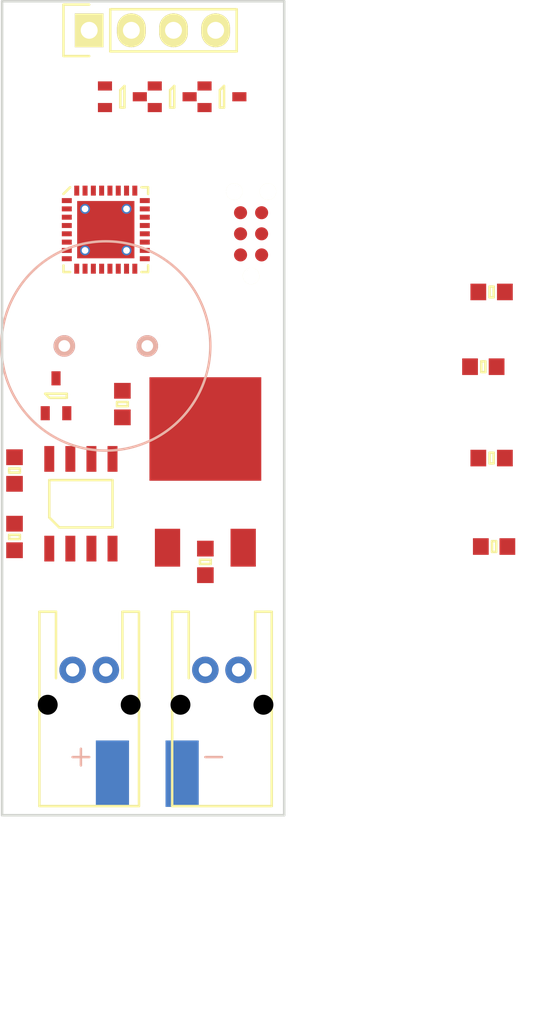
<source format=kicad_pcb>
(kicad_pcb (version 4) (host pcbnew 4.0.2-4+6225~38~ubuntu15.10.1-stable)

  (general
    (links 50)
    (no_connects 44)
    (area 115.924999 65.924999 133.075001 115.075001)
    (thickness 1.6)
    (drawings 4)
    (tracks 0)
    (zones 0)
    (modules 21)
    (nets 15)
  )

  (page A4)
  (layers
    (0 F.Cu signal)
    (31 B.Cu signal)
    (32 B.Adhes user)
    (33 F.Adhes user)
    (34 B.Paste user)
    (35 F.Paste user)
    (36 B.SilkS user)
    (37 F.SilkS user)
    (38 B.Mask user)
    (39 F.Mask user)
    (40 Dwgs.User user)
    (41 Cmts.User user)
    (42 Eco1.User user)
    (43 Eco2.User user)
    (44 Edge.Cuts user)
    (45 Margin user)
    (46 B.CrtYd user)
    (47 F.CrtYd user)
    (48 B.Fab user)
    (49 F.Fab user)
  )

  (setup
    (last_trace_width 0.25)
    (trace_clearance 0.2)
    (zone_clearance 0.508)
    (zone_45_only no)
    (trace_min 0.2)
    (segment_width 0.2)
    (edge_width 0.15)
    (via_size 0.6)
    (via_drill 0.4)
    (via_min_size 0.4)
    (via_min_drill 0.3)
    (uvia_size 0.3)
    (uvia_drill 0.1)
    (uvias_allowed no)
    (uvia_min_size 0.2)
    (uvia_min_drill 0.1)
    (pcb_text_width 0.3)
    (pcb_text_size 1.5 1.5)
    (mod_edge_width 0.15)
    (mod_text_size 1 1)
    (mod_text_width 0.15)
    (pad_size 1.524 1.524)
    (pad_drill 0.762)
    (pad_to_mask_clearance 0.2)
    (aux_axis_origin 0 0)
    (visible_elements FFFFFF7F)
    (pcbplotparams
      (layerselection 0x00030_80000001)
      (usegerberextensions false)
      (excludeedgelayer true)
      (linewidth 0.100000)
      (plotframeref false)
      (viasonmask false)
      (mode 1)
      (useauxorigin false)
      (hpglpennumber 1)
      (hpglpenspeed 20)
      (hpglpendiameter 15)
      (hpglpenoverlay 2)
      (psnegative false)
      (psa4output false)
      (plotreference true)
      (plotvalue true)
      (plotinvisibletext false)
      (padsonsilk false)
      (subtractmaskfromsilk false)
      (outputformat 1)
      (mirror false)
      (drillshape 1)
      (scaleselection 1)
      (outputdirectory ""))
  )

  (net 0 "")
  (net 1 GND)
  (net 2 +3V3)
  (net 3 +12V)
  (net 4 /BUS)
  (net 5 /BUS_A)
  (net 6 /BUS_B)
  (net 7 /SWDIO)
  (net 8 /NRST)
  (net 9 /SWDCLK)
  (net 10 /DRIVE_R)
  (net 11 /DRIVE_G)
  (net 12 /DRIVE_B)
  (net 13 "Net-(Q4-Pad3)")
  (net 14 /PIEZO)

  (net_class Default "This is the default net class."
    (clearance 0.2)
    (trace_width 0.25)
    (via_dia 0.6)
    (via_drill 0.4)
    (uvia_dia 0.3)
    (uvia_drill 0.1)
    (add_net +12V)
    (add_net +3V3)
    (add_net /BUS)
    (add_net /BUS_A)
    (add_net /BUS_B)
    (add_net /DRIVE_B)
    (add_net /DRIVE_G)
    (add_net /DRIVE_R)
    (add_net /NRST)
    (add_net /PIEZO)
    (add_net /SWDCLK)
    (add_net /SWDIO)
    (add_net GND)
    (add_net "Net-(Q4-Pad3)")
  )

  (module agg:0603 (layer F.Cu) (tedit 56F7F9DB) (tstamp 56F7FABE)
    (at 116.75 94.25 90)
    (path /56F1D5B2)
    (fp_text reference C1 (at -2.225 0 180) (layer F.Fab) hide
      (effects (font (size 1 1) (thickness 0.15)))
    )
    (fp_text value 100n (at 2.225 0 180) (layer F.Fab) hide
      (effects (font (size 1 1) (thickness 0.15)))
    )
    (fp_line (start -0.8 -0.4) (end 0.8 -0.4) (layer F.Fab) (width 0.01))
    (fp_line (start 0.8 -0.4) (end 0.8 0.4) (layer F.Fab) (width 0.01))
    (fp_line (start 0.8 0.4) (end -0.8 0.4) (layer F.Fab) (width 0.01))
    (fp_line (start -0.8 0.4) (end -0.8 -0.4) (layer F.Fab) (width 0.01))
    (fp_line (start -0.45 -0.4) (end -0.45 0.4) (layer F.Fab) (width 0.01))
    (fp_line (start 0.45 -0.4) (end 0.45 0.4) (layer F.Fab) (width 0.01))
    (fp_line (start -0.125 -0.325) (end 0.125 -0.325) (layer F.SilkS) (width 0.15))
    (fp_line (start 0.125 -0.325) (end 0.125 0.325) (layer F.SilkS) (width 0.15))
    (fp_line (start 0.125 0.325) (end -0.125 0.325) (layer F.SilkS) (width 0.15))
    (fp_line (start -0.125 0.325) (end -0.125 -0.325) (layer F.SilkS) (width 0.15))
    (fp_line (start -1.55 -0.75) (end 1.55 -0.75) (layer F.CrtYd) (width 0.01))
    (fp_line (start 1.55 -0.75) (end 1.55 0.75) (layer F.CrtYd) (width 0.01))
    (fp_line (start 1.55 0.75) (end -1.55 0.75) (layer F.CrtYd) (width 0.01))
    (fp_line (start -1.55 0.75) (end -1.55 -0.75) (layer F.CrtYd) (width 0.01))
    (pad 1 smd rect (at -0.8 0 90) (size 0.95 1) (layers F.Cu F.Paste F.Mask)
      (net 1 GND))
    (pad 2 smd rect (at 0.8 0 90) (size 0.95 1) (layers F.Cu F.Paste F.Mask)
      (net 2 +3V3))
  )

  (module agg:0603 (layer F.Cu) (tedit 56836635) (tstamp 56F7FAD2)
    (at 145.65 98.825001)
    (path /56F1DA30)
    (fp_text reference C2 (at -2.225 0 90) (layer F.Fab)
      (effects (font (size 1 1) (thickness 0.15)))
    )
    (fp_text value C_Small (at 2.225 0 90) (layer F.Fab)
      (effects (font (size 1 1) (thickness 0.15)))
    )
    (fp_line (start -0.8 -0.4) (end 0.8 -0.4) (layer F.Fab) (width 0.01))
    (fp_line (start 0.8 -0.4) (end 0.8 0.4) (layer F.Fab) (width 0.01))
    (fp_line (start 0.8 0.4) (end -0.8 0.4) (layer F.Fab) (width 0.01))
    (fp_line (start -0.8 0.4) (end -0.8 -0.4) (layer F.Fab) (width 0.01))
    (fp_line (start -0.45 -0.4) (end -0.45 0.4) (layer F.Fab) (width 0.01))
    (fp_line (start 0.45 -0.4) (end 0.45 0.4) (layer F.Fab) (width 0.01))
    (fp_line (start -0.125 -0.325) (end 0.125 -0.325) (layer F.SilkS) (width 0.15))
    (fp_line (start 0.125 -0.325) (end 0.125 0.325) (layer F.SilkS) (width 0.15))
    (fp_line (start 0.125 0.325) (end -0.125 0.325) (layer F.SilkS) (width 0.15))
    (fp_line (start -0.125 0.325) (end -0.125 -0.325) (layer F.SilkS) (width 0.15))
    (fp_line (start -1.55 -0.75) (end 1.55 -0.75) (layer F.CrtYd) (width 0.01))
    (fp_line (start 1.55 -0.75) (end 1.55 0.75) (layer F.CrtYd) (width 0.01))
    (fp_line (start 1.55 0.75) (end -1.55 0.75) (layer F.CrtYd) (width 0.01))
    (fp_line (start -1.55 0.75) (end -1.55 -0.75) (layer F.CrtYd) (width 0.01))
    (pad 1 smd rect (at -0.8 0) (size 0.95 1) (layers F.Cu F.Paste F.Mask)
      (net 1 GND))
    (pad 2 smd rect (at 0.8 0) (size 0.95 1) (layers F.Cu F.Paste F.Mask)
      (net 2 +3V3))
  )

  (module agg:0603 (layer F.Cu) (tedit 56836635) (tstamp 56F7FAE6)
    (at 145.5 83.5)
    (path /56F1D9E7)
    (fp_text reference C3 (at -2.225 0 90) (layer F.Fab)
      (effects (font (size 1 1) (thickness 0.15)))
    )
    (fp_text value C_Small (at 2.225 0 90) (layer F.Fab)
      (effects (font (size 1 1) (thickness 0.15)))
    )
    (fp_line (start -0.8 -0.4) (end 0.8 -0.4) (layer F.Fab) (width 0.01))
    (fp_line (start 0.8 -0.4) (end 0.8 0.4) (layer F.Fab) (width 0.01))
    (fp_line (start 0.8 0.4) (end -0.8 0.4) (layer F.Fab) (width 0.01))
    (fp_line (start -0.8 0.4) (end -0.8 -0.4) (layer F.Fab) (width 0.01))
    (fp_line (start -0.45 -0.4) (end -0.45 0.4) (layer F.Fab) (width 0.01))
    (fp_line (start 0.45 -0.4) (end 0.45 0.4) (layer F.Fab) (width 0.01))
    (fp_line (start -0.125 -0.325) (end 0.125 -0.325) (layer F.SilkS) (width 0.15))
    (fp_line (start 0.125 -0.325) (end 0.125 0.325) (layer F.SilkS) (width 0.15))
    (fp_line (start 0.125 0.325) (end -0.125 0.325) (layer F.SilkS) (width 0.15))
    (fp_line (start -0.125 0.325) (end -0.125 -0.325) (layer F.SilkS) (width 0.15))
    (fp_line (start -1.55 -0.75) (end 1.55 -0.75) (layer F.CrtYd) (width 0.01))
    (fp_line (start 1.55 -0.75) (end 1.55 0.75) (layer F.CrtYd) (width 0.01))
    (fp_line (start 1.55 0.75) (end -1.55 0.75) (layer F.CrtYd) (width 0.01))
    (fp_line (start -1.55 0.75) (end -1.55 -0.75) (layer F.CrtYd) (width 0.01))
    (pad 1 smd rect (at -0.8 0) (size 0.95 1) (layers F.Cu F.Paste F.Mask)
      (net 1 GND))
    (pad 2 smd rect (at 0.8 0) (size 0.95 1) (layers F.Cu F.Paste F.Mask)
      (net 2 +3V3))
  )

  (module agg:0603 (layer F.Cu) (tedit 56836635) (tstamp 56F7FAFA)
    (at 145 88)
    (path /56F1DB0A)
    (fp_text reference C4 (at -2.225 0 90) (layer F.Fab)
      (effects (font (size 1 1) (thickness 0.15)))
    )
    (fp_text value C_Small (at 2.225 0 90) (layer F.Fab)
      (effects (font (size 1 1) (thickness 0.15)))
    )
    (fp_line (start -0.8 -0.4) (end 0.8 -0.4) (layer F.Fab) (width 0.01))
    (fp_line (start 0.8 -0.4) (end 0.8 0.4) (layer F.Fab) (width 0.01))
    (fp_line (start 0.8 0.4) (end -0.8 0.4) (layer F.Fab) (width 0.01))
    (fp_line (start -0.8 0.4) (end -0.8 -0.4) (layer F.Fab) (width 0.01))
    (fp_line (start -0.45 -0.4) (end -0.45 0.4) (layer F.Fab) (width 0.01))
    (fp_line (start 0.45 -0.4) (end 0.45 0.4) (layer F.Fab) (width 0.01))
    (fp_line (start -0.125 -0.325) (end 0.125 -0.325) (layer F.SilkS) (width 0.15))
    (fp_line (start 0.125 -0.325) (end 0.125 0.325) (layer F.SilkS) (width 0.15))
    (fp_line (start 0.125 0.325) (end -0.125 0.325) (layer F.SilkS) (width 0.15))
    (fp_line (start -0.125 0.325) (end -0.125 -0.325) (layer F.SilkS) (width 0.15))
    (fp_line (start -1.55 -0.75) (end 1.55 -0.75) (layer F.CrtYd) (width 0.01))
    (fp_line (start 1.55 -0.75) (end 1.55 0.75) (layer F.CrtYd) (width 0.01))
    (fp_line (start 1.55 0.75) (end -1.55 0.75) (layer F.CrtYd) (width 0.01))
    (fp_line (start -1.55 0.75) (end -1.55 -0.75) (layer F.CrtYd) (width 0.01))
    (pad 1 smd rect (at -0.8 0) (size 0.95 1) (layers F.Cu F.Paste F.Mask)
      (net 1 GND))
    (pad 2 smd rect (at 0.8 0) (size 0.95 1) (layers F.Cu F.Paste F.Mask)
      (net 2 +3V3))
  )

  (module agg:0603 (layer F.Cu) (tedit 56836635) (tstamp 56F7FB0E)
    (at 145.5 93.5)
    (path /56F1D8E2)
    (fp_text reference C5 (at -2.225 0 90) (layer F.Fab)
      (effects (font (size 1 1) (thickness 0.15)))
    )
    (fp_text value C_Small (at 2.225 0 90) (layer F.Fab)
      (effects (font (size 1 1) (thickness 0.15)))
    )
    (fp_line (start -0.8 -0.4) (end 0.8 -0.4) (layer F.Fab) (width 0.01))
    (fp_line (start 0.8 -0.4) (end 0.8 0.4) (layer F.Fab) (width 0.01))
    (fp_line (start 0.8 0.4) (end -0.8 0.4) (layer F.Fab) (width 0.01))
    (fp_line (start -0.8 0.4) (end -0.8 -0.4) (layer F.Fab) (width 0.01))
    (fp_line (start -0.45 -0.4) (end -0.45 0.4) (layer F.Fab) (width 0.01))
    (fp_line (start 0.45 -0.4) (end 0.45 0.4) (layer F.Fab) (width 0.01))
    (fp_line (start -0.125 -0.325) (end 0.125 -0.325) (layer F.SilkS) (width 0.15))
    (fp_line (start 0.125 -0.325) (end 0.125 0.325) (layer F.SilkS) (width 0.15))
    (fp_line (start 0.125 0.325) (end -0.125 0.325) (layer F.SilkS) (width 0.15))
    (fp_line (start -0.125 0.325) (end -0.125 -0.325) (layer F.SilkS) (width 0.15))
    (fp_line (start -1.55 -0.75) (end 1.55 -0.75) (layer F.CrtYd) (width 0.01))
    (fp_line (start 1.55 -0.75) (end 1.55 0.75) (layer F.CrtYd) (width 0.01))
    (fp_line (start 1.55 0.75) (end -1.55 0.75) (layer F.CrtYd) (width 0.01))
    (fp_line (start -1.55 0.75) (end -1.55 -0.75) (layer F.CrtYd) (width 0.01))
    (pad 1 smd rect (at -0.8 0) (size 0.95 1) (layers F.Cu F.Paste F.Mask)
      (net 1 GND))
    (pad 2 smd rect (at 0.8 0) (size 0.95 1) (layers F.Cu F.Paste F.Mask)
      (net 8 /NRST))
  )

  (module agg:0603 (layer F.Cu) (tedit 56F7FAC3) (tstamp 56F7FB22)
    (at 128.25 99.75 270)
    (path /56F59EF4)
    (fp_text reference C6 (at -2.225 0 360) (layer F.Fab) hide
      (effects (font (size 1 1) (thickness 0.15)))
    )
    (fp_text value 100n (at 2.225 0 360) (layer F.Fab) hide
      (effects (font (size 1 1) (thickness 0.15)))
    )
    (fp_line (start -0.8 -0.4) (end 0.8 -0.4) (layer F.Fab) (width 0.01))
    (fp_line (start 0.8 -0.4) (end 0.8 0.4) (layer F.Fab) (width 0.01))
    (fp_line (start 0.8 0.4) (end -0.8 0.4) (layer F.Fab) (width 0.01))
    (fp_line (start -0.8 0.4) (end -0.8 -0.4) (layer F.Fab) (width 0.01))
    (fp_line (start -0.45 -0.4) (end -0.45 0.4) (layer F.Fab) (width 0.01))
    (fp_line (start 0.45 -0.4) (end 0.45 0.4) (layer F.Fab) (width 0.01))
    (fp_line (start -0.125 -0.325) (end 0.125 -0.325) (layer F.SilkS) (width 0.15))
    (fp_line (start 0.125 -0.325) (end 0.125 0.325) (layer F.SilkS) (width 0.15))
    (fp_line (start 0.125 0.325) (end -0.125 0.325) (layer F.SilkS) (width 0.15))
    (fp_line (start -0.125 0.325) (end -0.125 -0.325) (layer F.SilkS) (width 0.15))
    (fp_line (start -1.55 -0.75) (end 1.55 -0.75) (layer F.CrtYd) (width 0.01))
    (fp_line (start 1.55 -0.75) (end 1.55 0.75) (layer F.CrtYd) (width 0.01))
    (fp_line (start 1.55 0.75) (end -1.55 0.75) (layer F.CrtYd) (width 0.01))
    (fp_line (start -1.55 0.75) (end -1.55 -0.75) (layer F.CrtYd) (width 0.01))
    (pad 1 smd rect (at -0.8 0 270) (size 0.95 1) (layers F.Cu F.Paste F.Mask)
      (net 3 +12V))
    (pad 2 smd rect (at 0.8 0 270) (size 0.95 1) (layers F.Cu F.Paste F.Mask)
      (net 1 GND))
  )

  (module agg:0603 (layer F.Cu) (tedit 56F7FAE0) (tstamp 56F7FB36)
    (at 123.25 90.25 270)
    (path /56F5A02D)
    (fp_text reference C7 (at -2.225 0 360) (layer F.Fab) hide
      (effects (font (size 1 1) (thickness 0.15)))
    )
    (fp_text value 10u (at 2.225 0 360) (layer F.Fab) hide
      (effects (font (size 1 1) (thickness 0.15)))
    )
    (fp_line (start -0.8 -0.4) (end 0.8 -0.4) (layer F.Fab) (width 0.01))
    (fp_line (start 0.8 -0.4) (end 0.8 0.4) (layer F.Fab) (width 0.01))
    (fp_line (start 0.8 0.4) (end -0.8 0.4) (layer F.Fab) (width 0.01))
    (fp_line (start -0.8 0.4) (end -0.8 -0.4) (layer F.Fab) (width 0.01))
    (fp_line (start -0.45 -0.4) (end -0.45 0.4) (layer F.Fab) (width 0.01))
    (fp_line (start 0.45 -0.4) (end 0.45 0.4) (layer F.Fab) (width 0.01))
    (fp_line (start -0.125 -0.325) (end 0.125 -0.325) (layer F.SilkS) (width 0.15))
    (fp_line (start 0.125 -0.325) (end 0.125 0.325) (layer F.SilkS) (width 0.15))
    (fp_line (start 0.125 0.325) (end -0.125 0.325) (layer F.SilkS) (width 0.15))
    (fp_line (start -0.125 0.325) (end -0.125 -0.325) (layer F.SilkS) (width 0.15))
    (fp_line (start -1.55 -0.75) (end 1.55 -0.75) (layer F.CrtYd) (width 0.01))
    (fp_line (start 1.55 -0.75) (end 1.55 0.75) (layer F.CrtYd) (width 0.01))
    (fp_line (start 1.55 0.75) (end -1.55 0.75) (layer F.CrtYd) (width 0.01))
    (fp_line (start -1.55 0.75) (end -1.55 -0.75) (layer F.CrtYd) (width 0.01))
    (pad 1 smd rect (at -0.8 0 270) (size 0.95 1) (layers F.Cu F.Paste F.Mask)
      (net 2 +3V3))
    (pad 2 smd rect (at 0.8 0 270) (size 0.95 1) (layers F.Cu F.Paste F.Mask)
      (net 1 GND))
  )

  (module SOIC-8 (layer F.Cu) (tedit 56F7F9DF) (tstamp 56F7FB68)
    (at 120.75 96.25 90)
    (path /56F1CC5E)
    (fp_text reference IC1 (at 0 -3.45 90) (layer F.Fab) hide
      (effects (font (size 1 1) (thickness 0.15)))
    )
    (fp_text value LMx93 (at 0 3.45 90) (layer F.Fab) hide
      (effects (font (size 1 1) (thickness 0.15)))
    )
    (fp_line (start -2 -2.5) (end 2 -2.5) (layer F.Fab) (width 0.01))
    (fp_line (start 2 -2.5) (end 2 2.5) (layer F.Fab) (width 0.01))
    (fp_line (start 2 2.5) (end -2 2.5) (layer F.Fab) (width 0.01))
    (fp_line (start -2 2.5) (end -2 -2.5) (layer F.Fab) (width 0.01))
    (fp_circle (center -1.2 -1.7) (end -1.2 -1.3) (layer F.Fab) (width 0.01))
    (fp_line (start -3.1 -2.155) (end -2 -2.155) (layer F.Fab) (width 0.01))
    (fp_line (start -2 -1.655) (end -3.1 -1.655) (layer F.Fab) (width 0.01))
    (fp_line (start -3.1 -1.655) (end -3.1 -2.155) (layer F.Fab) (width 0.01))
    (fp_line (start -3.1 -0.885) (end -2 -0.885) (layer F.Fab) (width 0.01))
    (fp_line (start -2 -0.385) (end -3.1 -0.385) (layer F.Fab) (width 0.01))
    (fp_line (start -3.1 -0.385) (end -3.1 -0.885) (layer F.Fab) (width 0.01))
    (fp_line (start -3.1 0.385) (end -2 0.385) (layer F.Fab) (width 0.01))
    (fp_line (start -2 0.885) (end -3.1 0.885) (layer F.Fab) (width 0.01))
    (fp_line (start -3.1 0.885) (end -3.1 0.385) (layer F.Fab) (width 0.01))
    (fp_line (start -3.1 1.655) (end -2 1.655) (layer F.Fab) (width 0.01))
    (fp_line (start -2 2.155) (end -3.1 2.155) (layer F.Fab) (width 0.01))
    (fp_line (start -3.1 2.155) (end -3.1 1.655) (layer F.Fab) (width 0.01))
    (fp_line (start 2 1.655) (end 3.1 1.655) (layer F.Fab) (width 0.01))
    (fp_line (start 3.1 1.655) (end 3.1 2.155) (layer F.Fab) (width 0.01))
    (fp_line (start 3.1 2.155) (end 2 2.155) (layer F.Fab) (width 0.01))
    (fp_line (start 2 0.385) (end 3.1 0.385) (layer F.Fab) (width 0.01))
    (fp_line (start 3.1 0.385) (end 3.1 0.885) (layer F.Fab) (width 0.01))
    (fp_line (start 3.1 0.885) (end 2 0.885) (layer F.Fab) (width 0.01))
    (fp_line (start 2 -0.885) (end 3.1 -0.885) (layer F.Fab) (width 0.01))
    (fp_line (start 3.1 -0.885) (end 3.1 -0.385) (layer F.Fab) (width 0.01))
    (fp_line (start 3.1 -0.385) (end 2 -0.385) (layer F.Fab) (width 0.01))
    (fp_line (start 2 -2.155) (end 3.1 -2.155) (layer F.Fab) (width 0.01))
    (fp_line (start 3.1 -2.155) (end 3.1 -1.655) (layer F.Fab) (width 0.01))
    (fp_line (start 3.1 -1.655) (end 2 -1.655) (layer F.Fab) (width 0.01))
    (fp_line (start -0.825 -1.905) (end 1.425 -1.905) (layer F.SilkS) (width 0.15))
    (fp_line (start 1.425 -1.905) (end 1.425 1.905) (layer F.SilkS) (width 0.15))
    (fp_line (start 1.425 1.905) (end -1.425 1.905) (layer F.SilkS) (width 0.15))
    (fp_line (start -1.425 1.905) (end -1.425 -1.305) (layer F.SilkS) (width 0.15))
    (fp_line (start -1.425 -1.305) (end -0.825 -1.905) (layer F.SilkS) (width 0.15))
    (fp_line (start -3.75 -2.75) (end 3.75 -2.75) (layer F.CrtYd) (width 0.01))
    (fp_line (start 3.75 -2.75) (end 3.75 2.75) (layer F.CrtYd) (width 0.01))
    (fp_line (start 3.75 2.75) (end -3.75 2.75) (layer F.CrtYd) (width 0.01))
    (fp_line (start -3.75 2.75) (end -3.75 -2.75) (layer F.CrtYd) (width 0.01))
    (pad 1 smd rect (at -2.7 -1.905 90) (size 1.55 0.6) (layers F.Cu F.Paste F.Mask)
      (net 4 /BUS))
    (pad 2 smd rect (at -2.7 -0.635 90) (size 1.55 0.6) (layers F.Cu F.Paste F.Mask)
      (net 5 /BUS_A))
    (pad 3 smd rect (at -2.7 0.635 90) (size 1.55 0.6) (layers F.Cu F.Paste F.Mask)
      (net 6 /BUS_B))
    (pad 4 smd rect (at -2.7 1.905 90) (size 1.55 0.6) (layers F.Cu F.Paste F.Mask)
      (net 1 GND))
    (pad 5 smd rect (at 2.7 1.905 90) (size 1.55 0.6) (layers F.Cu F.Paste F.Mask)
      (net 1 GND))
    (pad 6 smd rect (at 2.7 0.635 90) (size 1.55 0.6) (layers F.Cu F.Paste F.Mask)
      (net 1 GND))
    (pad 7 smd rect (at 2.7 -0.635 90) (size 1.55 0.6) (layers F.Cu F.Paste F.Mask))
    (pad 8 smd rect (at 2.7 -1.905 90) (size 1.55 0.6) (layers F.Cu F.Paste F.Mask)
      (net 2 +3V3))
  )

  (module thegrid:minipow_edge (layer B.Cu) (tedit 56F7F977) (tstamp 56F7FC0F)
    (at 124.75 114.5 180)
    (path /56F1CD31)
    (fp_text reference P1 (at -0.5 -2.5 180) (layer B.SilkS) hide
      (effects (font (size 1 1) (thickness 0.15)) (justify mirror))
    )
    (fp_text value POWER_IN (at 0 5 180) (layer B.SilkS) hide
      (effects (font (size 1 1) (thickness 0.15)) (justify mirror))
    )
    (fp_line (start 4 3.5) (end 4 2.5) (layer B.SilkS) (width 0.15))
    (fp_line (start 3.5 3) (end 4.5 3) (layer B.SilkS) (width 0.15))
    (fp_line (start -4.5 3) (end -3.5 3) (layer B.SilkS) (width 0.15))
    (fp_line (start 1 0) (end 1 3) (layer B.Fab) (width 0.15))
    (fp_line (start 1 3) (end 3 3) (layer B.Fab) (width 0.15))
    (fp_line (start 3 3) (end 3 0) (layer B.Fab) (width 0.15))
    (fp_line (start -3 0) (end -3 3) (layer B.Fab) (width 0.15))
    (fp_line (start -3 3) (end -1 3) (layer B.Fab) (width 0.15))
    (fp_line (start -1 3) (end -1 0) (layer B.Fab) (width 0.15))
    (fp_line (start -5 -13) (end -7 -10) (layer B.Fab) (width 0.15))
    (fp_line (start -7 -10) (end -5 -10) (layer B.Fab) (width 0.15))
    (fp_line (start 5 0) (end 5 -13) (layer B.Fab) (width 0.15))
    (fp_line (start 5 -13) (end -5 -13) (layer B.Fab) (width 0.15))
    (fp_line (start -5 -13) (end -5 0) (layer B.Fab) (width 0.15))
    (fp_line (start -5 0) (end 5 0) (layer B.Fab) (width 0.15))
    (pad 1 smd rect (at -2.1 2 180) (size 2 4) (layers B.Cu B.Mask)
      (net 1 GND))
    (pad 2 smd rect (at 2.1 2 180) (size 2 4) (layers B.Cu B.Mask)
      (net 3 +12V))
  )

  (module agg:S02B-PASK-2 (layer F.Cu) (tedit 56F7F970) (tstamp 56F7FC3C)
    (at 121.25 106.25 180)
    (path /56F1CD9E)
    (fp_text reference P2 (at 0 -9.15 180) (layer F.Fab) hide
      (effects (font (size 1 1) (thickness 0.15)))
    )
    (fp_text value BUS_IN (at 0 4.45 180) (layer F.Fab) hide
      (effects (font (size 1 1) (thickness 0.15)))
    )
    (fp_line (start -3 -8.2) (end 3 -8.2) (layer F.SilkS) (width 0.15))
    (fp_line (start 3 -8.2) (end 3 3.5) (layer F.SilkS) (width 0.15))
    (fp_line (start 3 3.5) (end 2 3.5) (layer F.SilkS) (width 0.15))
    (fp_line (start 2 3.5) (end 2 -0.5) (layer F.SilkS) (width 0.15))
    (fp_line (start -3 -8.2) (end -3 3.5) (layer F.SilkS) (width 0.15))
    (fp_line (start -3 3.5) (end -2 3.5) (layer F.SilkS) (width 0.15))
    (fp_line (start -2 3.5) (end -2 -0.5) (layer F.SilkS) (width 0.15))
    (fp_line (start -3 -8.2) (end 3 -8.2) (layer F.Fab) (width 0.01))
    (fp_line (start 3 -8.2) (end 3 3.5) (layer F.Fab) (width 0.01))
    (fp_line (start 3 3.5) (end 2 3.5) (layer F.Fab) (width 0.01))
    (fp_line (start 2 3.5) (end 2 -0.5) (layer F.Fab) (width 0.01))
    (fp_line (start 2 -0.5) (end -2 -0.5) (layer F.Fab) (width 0.01))
    (fp_line (start -3 -8.2) (end -3 3.5) (layer F.Fab) (width 0.01))
    (fp_line (start -3 3.5) (end -2 3.5) (layer F.Fab) (width 0.01))
    (fp_line (start -2 3.5) (end -2 -0.5) (layer F.Fab) (width 0.01))
    (fp_line (start 2.4 -2.5) (end 3 -2.5) (layer F.Fab) (width 0.01))
    (fp_line (start 3 -2.5) (end 3 -1.7) (layer F.Fab) (width 0.01))
    (fp_line (start 3 -1.7) (end 2.4 -1.7) (layer F.Fab) (width 0.01))
    (fp_line (start 2.4 -1.7) (end 2.4 -2.5) (layer F.Fab) (width 0.01))
    (fp_line (start -3 -2.5) (end -2.4 -2.5) (layer F.Fab) (width 0.01))
    (fp_line (start -2.4 -2.5) (end -2.4 -1.7) (layer F.Fab) (width 0.01))
    (fp_line (start -2.4 -1.7) (end -3 -1.7) (layer F.Fab) (width 0.01))
    (fp_line (start -3 -1.7) (end -3 -2.5) (layer F.Fab) (width 0.01))
    (fp_line (start 0.75 -0.5) (end 1.25 -0.5) (layer F.Fab) (width 0.01))
    (fp_line (start 1.25 -0.5) (end 1.25 0.25) (layer F.Fab) (width 0.01))
    (fp_line (start 1.25 0.25) (end 0.75 0.25) (layer F.Fab) (width 0.01))
    (fp_line (start 0.75 0.25) (end 0.75 -0.5) (layer F.Fab) (width 0.01))
    (fp_line (start 0.75 -0.25) (end 1.25 -0.25) (layer F.Fab) (width 0.01))
    (fp_line (start -1.25 -0.5) (end -0.75 -0.5) (layer F.Fab) (width 0.01))
    (fp_line (start -0.75 -0.5) (end -0.75 0.25) (layer F.Fab) (width 0.01))
    (fp_line (start -0.75 0.25) (end -1.25 0.25) (layer F.Fab) (width 0.01))
    (fp_line (start -1.25 0.25) (end -1.25 -0.5) (layer F.Fab) (width 0.01))
    (fp_line (start -1.25 -0.25) (end -0.75 -0.25) (layer F.Fab) (width 0.01))
    (fp_line (start -3.25 -8.45) (end 3.25 -8.45) (layer F.CrtYd) (width 0.01))
    (fp_line (start 3.25 -8.45) (end 3.25 3.75) (layer F.CrtYd) (width 0.01))
    (fp_line (start 3.25 3.75) (end -3.25 3.75) (layer F.CrtYd) (width 0.01))
    (fp_line (start -3.25 3.75) (end -3.25 -8.45) (layer F.CrtYd) (width 0.01))
    (pad "" np_thru_hole circle (at 2.5 -2.1 180) (size 1.2 1.2) (drill 1.2) (layers *.Mask))
    (pad "" np_thru_hole circle (at -2.5 -2.1 180) (size 1.2 1.2) (drill 1.2) (layers *.Mask))
    (pad 1 thru_hole circle (at 1 0 180) (size 1.6 1.6) (drill 0.8) (layers *.Cu *.Mask)
      (net 5 /BUS_A))
    (pad 2 thru_hole circle (at -1 0 180) (size 1.6 1.6) (drill 0.8) (layers *.Cu *.Mask)
      (net 6 /BUS_B))
  )

  (module agg:S02B-PASK-2 (layer F.Cu) (tedit 56F7F974) (tstamp 56F7FC69)
    (at 129.25 106.25 180)
    (path /56F1D07F)
    (fp_text reference P3 (at 0 -9.15 180) (layer F.Fab) hide
      (effects (font (size 1 1) (thickness 0.15)))
    )
    (fp_text value BUS_OUT (at 0 4.45 180) (layer F.Fab) hide
      (effects (font (size 1 1) (thickness 0.15)))
    )
    (fp_line (start -3 -8.2) (end 3 -8.2) (layer F.SilkS) (width 0.15))
    (fp_line (start 3 -8.2) (end 3 3.5) (layer F.SilkS) (width 0.15))
    (fp_line (start 3 3.5) (end 2 3.5) (layer F.SilkS) (width 0.15))
    (fp_line (start 2 3.5) (end 2 -0.5) (layer F.SilkS) (width 0.15))
    (fp_line (start -3 -8.2) (end -3 3.5) (layer F.SilkS) (width 0.15))
    (fp_line (start -3 3.5) (end -2 3.5) (layer F.SilkS) (width 0.15))
    (fp_line (start -2 3.5) (end -2 -0.5) (layer F.SilkS) (width 0.15))
    (fp_line (start -3 -8.2) (end 3 -8.2) (layer F.Fab) (width 0.01))
    (fp_line (start 3 -8.2) (end 3 3.5) (layer F.Fab) (width 0.01))
    (fp_line (start 3 3.5) (end 2 3.5) (layer F.Fab) (width 0.01))
    (fp_line (start 2 3.5) (end 2 -0.5) (layer F.Fab) (width 0.01))
    (fp_line (start 2 -0.5) (end -2 -0.5) (layer F.Fab) (width 0.01))
    (fp_line (start -3 -8.2) (end -3 3.5) (layer F.Fab) (width 0.01))
    (fp_line (start -3 3.5) (end -2 3.5) (layer F.Fab) (width 0.01))
    (fp_line (start -2 3.5) (end -2 -0.5) (layer F.Fab) (width 0.01))
    (fp_line (start 2.4 -2.5) (end 3 -2.5) (layer F.Fab) (width 0.01))
    (fp_line (start 3 -2.5) (end 3 -1.7) (layer F.Fab) (width 0.01))
    (fp_line (start 3 -1.7) (end 2.4 -1.7) (layer F.Fab) (width 0.01))
    (fp_line (start 2.4 -1.7) (end 2.4 -2.5) (layer F.Fab) (width 0.01))
    (fp_line (start -3 -2.5) (end -2.4 -2.5) (layer F.Fab) (width 0.01))
    (fp_line (start -2.4 -2.5) (end -2.4 -1.7) (layer F.Fab) (width 0.01))
    (fp_line (start -2.4 -1.7) (end -3 -1.7) (layer F.Fab) (width 0.01))
    (fp_line (start -3 -1.7) (end -3 -2.5) (layer F.Fab) (width 0.01))
    (fp_line (start 0.75 -0.5) (end 1.25 -0.5) (layer F.Fab) (width 0.01))
    (fp_line (start 1.25 -0.5) (end 1.25 0.25) (layer F.Fab) (width 0.01))
    (fp_line (start 1.25 0.25) (end 0.75 0.25) (layer F.Fab) (width 0.01))
    (fp_line (start 0.75 0.25) (end 0.75 -0.5) (layer F.Fab) (width 0.01))
    (fp_line (start 0.75 -0.25) (end 1.25 -0.25) (layer F.Fab) (width 0.01))
    (fp_line (start -1.25 -0.5) (end -0.75 -0.5) (layer F.Fab) (width 0.01))
    (fp_line (start -0.75 -0.5) (end -0.75 0.25) (layer F.Fab) (width 0.01))
    (fp_line (start -0.75 0.25) (end -1.25 0.25) (layer F.Fab) (width 0.01))
    (fp_line (start -1.25 0.25) (end -1.25 -0.5) (layer F.Fab) (width 0.01))
    (fp_line (start -1.25 -0.25) (end -0.75 -0.25) (layer F.Fab) (width 0.01))
    (fp_line (start -3.25 -8.45) (end 3.25 -8.45) (layer F.CrtYd) (width 0.01))
    (fp_line (start 3.25 -8.45) (end 3.25 3.75) (layer F.CrtYd) (width 0.01))
    (fp_line (start 3.25 3.75) (end -3.25 3.75) (layer F.CrtYd) (width 0.01))
    (fp_line (start -3.25 3.75) (end -3.25 -8.45) (layer F.CrtYd) (width 0.01))
    (pad "" np_thru_hole circle (at 2.5 -2.1 180) (size 1.2 1.2) (drill 1.2) (layers *.Mask))
    (pad "" np_thru_hole circle (at -2.5 -2.1 180) (size 1.2 1.2) (drill 1.2) (layers *.Mask))
    (pad 1 thru_hole circle (at 1 0 180) (size 1.6 1.6) (drill 0.8) (layers *.Cu *.Mask)
      (net 5 /BUS_A))
    (pad 2 thru_hole circle (at -1 0 180) (size 1.6 1.6) (drill 0.8) (layers *.Cu *.Mask)
      (net 6 /BUS_B))
  )

  (module agg:TC2030-NL (layer F.Cu) (tedit 56F83038) (tstamp 56F7FC7A)
    (at 131 80 90)
    (path /56F1CCE2)
    (fp_text reference P4 (at 0 -2.6 90) (layer F.Fab) hide
      (effects (font (size 1 1) (thickness 0.15)))
    )
    (fp_text value SWD_TC (at 0 2.75 90) (layer F.Fab) hide
      (effects (font (size 1 1) (thickness 0.15)))
    )
    (fp_line (start -3.5 -2) (end 3.5 -2) (layer F.CrtYd) (width 0.01))
    (fp_line (start -3.5 2) (end -3.5 -2) (layer F.CrtYd) (width 0.01))
    (fp_line (start 3.5 2) (end -3.5 2) (layer F.CrtYd) (width 0.01))
    (fp_line (start 3.5 -2) (end 3.5 2) (layer F.CrtYd) (width 0.01))
    (pad 1 smd circle (at -1.27 0.64 90) (size 0.787 0.787) (layers F.Cu F.Mask)
      (net 2 +3V3))
    (pad 2 smd circle (at -1.27 -0.63 90) (size 0.787 0.787) (layers F.Cu F.Mask)
      (net 7 /SWDIO))
    (pad 3 smd circle (at 0 0.64 90) (size 0.787 0.787) (layers F.Cu F.Mask)
      (net 8 /NRST))
    (pad 4 smd circle (at 0 -0.63 90) (size 0.787 0.787) (layers F.Cu F.Mask)
      (net 9 /SWDCLK))
    (pad 5 smd circle (at 1.27 0.64 90) (size 0.787 0.787) (layers F.Cu F.Mask)
      (net 1 GND))
    (pad 6 smd circle (at 1.27 -0.63 90) (size 0.787 0.787) (layers F.Cu F.Mask))
    (pad "" np_thru_hole circle (at -2.54 0.005 90) (size 1 1) (drill 1) (layers *.Cu *.Mask F.SilkS))
    (pad "" np_thru_hole circle (at 2.54 1.021 90) (size 1 1) (drill 1) (layers *.Cu *.Mask F.SilkS))
    (pad "" np_thru_hole circle (at 2.54 -1.011 90) (size 1 1) (drill 1) (layers *.Cu *.Mask F.SilkS))
  )

  (module Pin_Headers:Pin_Header_Straight_1x04 (layer F.Cu) (tedit 56F7FB33) (tstamp 56F7FC8D)
    (at 121.25 67.75 90)
    (descr "Through hole pin header")
    (tags "pin header")
    (path /56F1CDBF)
    (fp_text reference P5 (at 0 -5.1 90) (layer F.SilkS) hide
      (effects (font (size 1 1) (thickness 0.15)))
    )
    (fp_text value LEDs (at 0 -3.1 90) (layer F.Fab) hide
      (effects (font (size 1 1) (thickness 0.15)))
    )
    (fp_line (start -1.75 -1.75) (end -1.75 9.4) (layer F.CrtYd) (width 0.05))
    (fp_line (start 1.75 -1.75) (end 1.75 9.4) (layer F.CrtYd) (width 0.05))
    (fp_line (start -1.75 -1.75) (end 1.75 -1.75) (layer F.CrtYd) (width 0.05))
    (fp_line (start -1.75 9.4) (end 1.75 9.4) (layer F.CrtYd) (width 0.05))
    (fp_line (start -1.27 1.27) (end -1.27 8.89) (layer F.SilkS) (width 0.15))
    (fp_line (start 1.27 1.27) (end 1.27 8.89) (layer F.SilkS) (width 0.15))
    (fp_line (start 1.55 -1.55) (end 1.55 0) (layer F.SilkS) (width 0.15))
    (fp_line (start -1.27 8.89) (end 1.27 8.89) (layer F.SilkS) (width 0.15))
    (fp_line (start 1.27 1.27) (end -1.27 1.27) (layer F.SilkS) (width 0.15))
    (fp_line (start -1.55 0) (end -1.55 -1.55) (layer F.SilkS) (width 0.15))
    (fp_line (start -1.55 -1.55) (end 1.55 -1.55) (layer F.SilkS) (width 0.15))
    (pad 1 thru_hole rect (at 0 0 90) (size 2.032 1.7272) (drill 1.016) (layers *.Cu *.Mask F.SilkS)
      (net 3 +12V))
    (pad 2 thru_hole oval (at 0 2.54 90) (size 2.032 1.7272) (drill 1.016) (layers *.Cu *.Mask F.SilkS)
      (net 10 /DRIVE_R))
    (pad 3 thru_hole oval (at 0 5.08 90) (size 2.032 1.7272) (drill 1.016) (layers *.Cu *.Mask F.SilkS)
      (net 11 /DRIVE_G))
    (pad 4 thru_hole oval (at 0 7.62 90) (size 2.032 1.7272) (drill 1.016) (layers *.Cu *.Mask F.SilkS)
      (net 12 /DRIVE_B))
    (model Pin_Headers.3dshapes/Pin_Header_Straight_1x04.wrl
      (at (xyz 0 -0.15 0))
      (scale (xyz 1 1 1))
      (rotate (xyz 0 0 90))
    )
  )

  (module agg:0603 (layer F.Cu) (tedit 56F7F9E4) (tstamp 56F7FD01)
    (at 116.75 98.25 270)
    (path /56F5991E)
    (fp_text reference R1 (at -2.225 0 360) (layer F.Fab) hide
      (effects (font (size 1 1) (thickness 0.15)))
    )
    (fp_text value 10k (at 2.225 0 360) (layer F.Fab) hide
      (effects (font (size 1 1) (thickness 0.15)))
    )
    (fp_line (start -0.8 -0.4) (end 0.8 -0.4) (layer F.Fab) (width 0.01))
    (fp_line (start 0.8 -0.4) (end 0.8 0.4) (layer F.Fab) (width 0.01))
    (fp_line (start 0.8 0.4) (end -0.8 0.4) (layer F.Fab) (width 0.01))
    (fp_line (start -0.8 0.4) (end -0.8 -0.4) (layer F.Fab) (width 0.01))
    (fp_line (start -0.45 -0.4) (end -0.45 0.4) (layer F.Fab) (width 0.01))
    (fp_line (start 0.45 -0.4) (end 0.45 0.4) (layer F.Fab) (width 0.01))
    (fp_line (start -0.125 -0.325) (end 0.125 -0.325) (layer F.SilkS) (width 0.15))
    (fp_line (start 0.125 -0.325) (end 0.125 0.325) (layer F.SilkS) (width 0.15))
    (fp_line (start 0.125 0.325) (end -0.125 0.325) (layer F.SilkS) (width 0.15))
    (fp_line (start -0.125 0.325) (end -0.125 -0.325) (layer F.SilkS) (width 0.15))
    (fp_line (start -1.55 -0.75) (end 1.55 -0.75) (layer F.CrtYd) (width 0.01))
    (fp_line (start 1.55 -0.75) (end 1.55 0.75) (layer F.CrtYd) (width 0.01))
    (fp_line (start 1.55 0.75) (end -1.55 0.75) (layer F.CrtYd) (width 0.01))
    (fp_line (start -1.55 0.75) (end -1.55 -0.75) (layer F.CrtYd) (width 0.01))
    (pad 1 smd rect (at -0.8 0 270) (size 0.95 1) (layers F.Cu F.Paste F.Mask)
      (net 2 +3V3))
    (pad 2 smd rect (at 0.8 0 270) (size 0.95 1) (layers F.Cu F.Paste F.Mask)
      (net 4 /BUS))
  )

  (module thegrid:piezo (layer B.Cu) (tedit 56F5912E) (tstamp 56F7FD0A)
    (at 122.25 86.75 180)
    (path /56F594FE)
    (fp_text reference SP1 (at 0.1 -2.7 180) (layer B.SilkS) hide
      (effects (font (size 1 1) (thickness 0.15)) (justify mirror))
    )
    (fp_text value SPEAKER (at -0.1 2.9 180) (layer B.Fab) hide
      (effects (font (size 1 1) (thickness 0.15)) (justify mirror))
    )
    (fp_circle (center 0 0) (end -1.7 0) (layer B.Fab) (width 0.15))
    (fp_circle (center 0 0) (end -6.3 0) (layer B.SilkS) (width 0.15))
    (fp_circle (center 0 0) (end -6.3 0) (layer B.Fab) (width 0.15))
    (pad 1 thru_hole circle (at -2.5 0 180) (size 1.3 1.3) (drill 0.7) (layers *.Cu *.Mask B.SilkS)
      (net 3 +12V))
    (pad 2 thru_hole circle (at 2.5 0 180) (size 1.3 1.3) (drill 0.7) (layers *.Cu *.Mask B.SilkS)
      (net 13 "Net-(Q4-Pad3)"))
  )

  (module thegrid:TO-252-3 (layer F.Cu) (tedit 56F7FAA6) (tstamp 56F7FD1B)
    (at 128.25 91.75)
    (tags DPAK)
    (path /56F59E11)
    (fp_text reference U1 (at 0 4.5) (layer F.SilkS) hide
      (effects (font (size 1 1) (thickness 0.15)))
    )
    (fp_text value LD1117S33TR (at 0 9.5) (layer F.Fab) hide
      (effects (font (size 1 1) (thickness 0.15)))
    )
    (fp_line (start 1.5 5.4) (end 1.5 8.2) (layer F.Fab) (width 0.15))
    (fp_line (start 1.5 8.2) (end 3.1 8.2) (layer F.Fab) (width 0.15))
    (fp_line (start 3.1 8.2) (end 3.1 5.4) (layer F.Fab) (width 0.15))
    (fp_line (start -3 5.4) (end -3 8.2) (layer F.Fab) (width 0.15))
    (fp_line (start -3 8.2) (end -1.5 8.2) (layer F.Fab) (width 0.15))
    (fp_line (start -1.5 8.2) (end -1.5 5.4) (layer F.Fab) (width 0.15))
    (fp_line (start 3.3 -1.8) (end 3.3 5.4) (layer F.Fab) (width 0.15))
    (fp_line (start -3.3 -1.8) (end -3.3 5.4) (layer F.Fab) (width 0.15))
    (fp_line (start -3.3 5.4) (end 3.3 5.4) (layer F.Fab) (width 0.15))
    (fp_line (start -3.3 -1.8) (end 3.3 -1.8) (layer F.Fab) (width 0.15))
    (pad 2 smd rect (at 0 0) (size 6.74 6.23) (layers F.Cu F.Paste F.Mask)
      (net 2 +3V3))
    (pad 1 smd rect (at -2.28 7.145) (size 1.524 2.28) (layers F.Cu F.Paste F.Mask)
      (net 1 GND))
    (pad 3 smd rect (at 2.28 7.145) (size 1.524 2.28) (layers F.Cu F.Paste F.Mask)
      (net 3 +12V))
  )

  (module agg:QFN-32-EP-ST (layer F.Cu) (tedit 56F8303B) (tstamp 56F836B4)
    (at 122.25 79.75)
    (path /56F830E4)
    (fp_text reference IC2 (at 0 -3.6) (layer F.Fab) hide
      (effects (font (size 1 1) (thickness 0.15)))
    )
    (fp_text value STM32F0xxKxUx (at 0 3.6) (layer F.Fab) hide
      (effects (font (size 1 1) (thickness 0.15)))
    )
    (fp_line (start -2.55 -2.55) (end 2.55 -2.55) (layer F.Fab) (width 0.01))
    (fp_line (start 2.55 -2.55) (end 2.55 2.55) (layer F.Fab) (width 0.01))
    (fp_line (start 2.55 2.55) (end -2.55 2.55) (layer F.Fab) (width 0.01))
    (fp_line (start -2.55 2.55) (end -2.55 -2.55) (layer F.Fab) (width 0.01))
    (fp_circle (center -1.75 -1.75) (end -1.75 -1.35) (layer F.Fab) (width 0.01))
    (fp_line (start -2.05 -1.89) (end -2.55 -1.89) (layer F.Fab) (width 0.01))
    (fp_line (start -2.55 -1.61) (end -2.05 -1.61) (layer F.Fab) (width 0.01))
    (fp_line (start -2.05 -1.61) (end -2.05 -1.89) (layer F.Fab) (width 0.01))
    (fp_line (start -2.05 -1.39) (end -2.55 -1.39) (layer F.Fab) (width 0.01))
    (fp_line (start -2.55 -1.11) (end -2.05 -1.11) (layer F.Fab) (width 0.01))
    (fp_line (start -2.05 -1.11) (end -2.05 -1.39) (layer F.Fab) (width 0.01))
    (fp_line (start -2.05 -0.89) (end -2.55 -0.89) (layer F.Fab) (width 0.01))
    (fp_line (start -2.55 -0.61) (end -2.05 -0.61) (layer F.Fab) (width 0.01))
    (fp_line (start -2.05 -0.61) (end -2.05 -0.89) (layer F.Fab) (width 0.01))
    (fp_line (start -2.05 -0.39) (end -2.55 -0.39) (layer F.Fab) (width 0.01))
    (fp_line (start -2.55 -0.11) (end -2.05 -0.11) (layer F.Fab) (width 0.01))
    (fp_line (start -2.05 -0.11) (end -2.05 -0.39) (layer F.Fab) (width 0.01))
    (fp_line (start -2.05 0.11) (end -2.55 0.11) (layer F.Fab) (width 0.01))
    (fp_line (start -2.55 0.39) (end -2.05 0.39) (layer F.Fab) (width 0.01))
    (fp_line (start -2.05 0.39) (end -2.05 0.11) (layer F.Fab) (width 0.01))
    (fp_line (start -2.05 0.61) (end -2.55 0.61) (layer F.Fab) (width 0.01))
    (fp_line (start -2.55 0.89) (end -2.05 0.89) (layer F.Fab) (width 0.01))
    (fp_line (start -2.05 0.89) (end -2.05 0.61) (layer F.Fab) (width 0.01))
    (fp_line (start -2.05 1.11) (end -2.55 1.11) (layer F.Fab) (width 0.01))
    (fp_line (start -2.55 1.39) (end -2.05 1.39) (layer F.Fab) (width 0.01))
    (fp_line (start -2.05 1.39) (end -2.05 1.11) (layer F.Fab) (width 0.01))
    (fp_line (start -2.05 1.61) (end -2.55 1.61) (layer F.Fab) (width 0.01))
    (fp_line (start -2.55 1.89) (end -2.05 1.89) (layer F.Fab) (width 0.01))
    (fp_line (start -2.05 1.89) (end -2.05 1.61) (layer F.Fab) (width 0.01))
    (fp_line (start 2.55 1.61) (end 2.05 1.61) (layer F.Fab) (width 0.01))
    (fp_line (start 2.05 1.61) (end 2.05 1.89) (layer F.Fab) (width 0.01))
    (fp_line (start 2.05 1.89) (end 2.55 1.89) (layer F.Fab) (width 0.01))
    (fp_line (start 2.55 1.11) (end 2.05 1.11) (layer F.Fab) (width 0.01))
    (fp_line (start 2.05 1.11) (end 2.05 1.39) (layer F.Fab) (width 0.01))
    (fp_line (start 2.05 1.39) (end 2.55 1.39) (layer F.Fab) (width 0.01))
    (fp_line (start 2.55 0.61) (end 2.05 0.61) (layer F.Fab) (width 0.01))
    (fp_line (start 2.05 0.61) (end 2.05 0.89) (layer F.Fab) (width 0.01))
    (fp_line (start 2.05 0.89) (end 2.55 0.89) (layer F.Fab) (width 0.01))
    (fp_line (start 2.55 0.11) (end 2.05 0.11) (layer F.Fab) (width 0.01))
    (fp_line (start 2.05 0.11) (end 2.05 0.39) (layer F.Fab) (width 0.01))
    (fp_line (start 2.05 0.39) (end 2.55 0.39) (layer F.Fab) (width 0.01))
    (fp_line (start 2.55 -0.39) (end 2.05 -0.39) (layer F.Fab) (width 0.01))
    (fp_line (start 2.05 -0.39) (end 2.05 -0.11) (layer F.Fab) (width 0.01))
    (fp_line (start 2.05 -0.11) (end 2.55 -0.11) (layer F.Fab) (width 0.01))
    (fp_line (start 2.55 -0.89) (end 2.05 -0.89) (layer F.Fab) (width 0.01))
    (fp_line (start 2.05 -0.89) (end 2.05 -0.61) (layer F.Fab) (width 0.01))
    (fp_line (start 2.05 -0.61) (end 2.55 -0.61) (layer F.Fab) (width 0.01))
    (fp_line (start 2.55 -1.39) (end 2.05 -1.39) (layer F.Fab) (width 0.01))
    (fp_line (start 2.05 -1.39) (end 2.05 -1.11) (layer F.Fab) (width 0.01))
    (fp_line (start 2.05 -1.11) (end 2.55 -1.11) (layer F.Fab) (width 0.01))
    (fp_line (start 2.55 -1.89) (end 2.05 -1.89) (layer F.Fab) (width 0.01))
    (fp_line (start 2.05 -1.89) (end 2.05 -1.61) (layer F.Fab) (width 0.01))
    (fp_line (start 2.05 -1.61) (end 2.55 -1.61) (layer F.Fab) (width 0.01))
    (fp_line (start 1.61 -2.05) (end 1.89 -2.05) (layer F.Fab) (width 0.01))
    (fp_line (start 1.89 -2.05) (end 1.89 -2.55) (layer F.Fab) (width 0.01))
    (fp_line (start 1.61 -2.55) (end 1.61 -2.05) (layer F.Fab) (width 0.01))
    (fp_line (start 1.11 -2.05) (end 1.39 -2.05) (layer F.Fab) (width 0.01))
    (fp_line (start 1.39 -2.05) (end 1.39 -2.55) (layer F.Fab) (width 0.01))
    (fp_line (start 1.11 -2.55) (end 1.11 -2.05) (layer F.Fab) (width 0.01))
    (fp_line (start 0.61 -2.05) (end 0.89 -2.05) (layer F.Fab) (width 0.01))
    (fp_line (start 0.89 -2.05) (end 0.89 -2.55) (layer F.Fab) (width 0.01))
    (fp_line (start 0.61 -2.55) (end 0.61 -2.05) (layer F.Fab) (width 0.01))
    (fp_line (start 0.11 -2.05) (end 0.39 -2.05) (layer F.Fab) (width 0.01))
    (fp_line (start 0.39 -2.05) (end 0.39 -2.55) (layer F.Fab) (width 0.01))
    (fp_line (start 0.11 -2.55) (end 0.11 -2.05) (layer F.Fab) (width 0.01))
    (fp_line (start -0.39 -2.05) (end -0.11 -2.05) (layer F.Fab) (width 0.01))
    (fp_line (start -0.11 -2.05) (end -0.11 -2.55) (layer F.Fab) (width 0.01))
    (fp_line (start -0.39 -2.55) (end -0.39 -2.05) (layer F.Fab) (width 0.01))
    (fp_line (start -0.89 -2.05) (end -0.61 -2.05) (layer F.Fab) (width 0.01))
    (fp_line (start -0.61 -2.05) (end -0.61 -2.55) (layer F.Fab) (width 0.01))
    (fp_line (start -0.89 -2.55) (end -0.89 -2.05) (layer F.Fab) (width 0.01))
    (fp_line (start -1.39 -2.05) (end -1.11 -2.05) (layer F.Fab) (width 0.01))
    (fp_line (start -1.11 -2.05) (end -1.11 -2.55) (layer F.Fab) (width 0.01))
    (fp_line (start -1.39 -2.55) (end -1.39 -2.05) (layer F.Fab) (width 0.01))
    (fp_line (start -1.89 -2.05) (end -1.61 -2.05) (layer F.Fab) (width 0.01))
    (fp_line (start -1.61 -2.05) (end -1.61 -2.55) (layer F.Fab) (width 0.01))
    (fp_line (start -1.89 -2.55) (end -1.89 -2.05) (layer F.Fab) (width 0.01))
    (fp_line (start -1.61 2.55) (end -1.61 2.05) (layer F.Fab) (width 0.01))
    (fp_line (start -1.61 2.05) (end -1.89 2.05) (layer F.Fab) (width 0.01))
    (fp_line (start -1.89 2.05) (end -1.89 2.55) (layer F.Fab) (width 0.01))
    (fp_line (start -1.11 2.55) (end -1.11 2.05) (layer F.Fab) (width 0.01))
    (fp_line (start -1.11 2.05) (end -1.39 2.05) (layer F.Fab) (width 0.01))
    (fp_line (start -1.39 2.05) (end -1.39 2.55) (layer F.Fab) (width 0.01))
    (fp_line (start -0.61 2.55) (end -0.61 2.05) (layer F.Fab) (width 0.01))
    (fp_line (start -0.61 2.05) (end -0.89 2.05) (layer F.Fab) (width 0.01))
    (fp_line (start -0.89 2.05) (end -0.89 2.55) (layer F.Fab) (width 0.01))
    (fp_line (start -0.11 2.55) (end -0.11 2.05) (layer F.Fab) (width 0.01))
    (fp_line (start -0.11 2.05) (end -0.39 2.05) (layer F.Fab) (width 0.01))
    (fp_line (start -0.39 2.05) (end -0.39 2.55) (layer F.Fab) (width 0.01))
    (fp_line (start 0.39 2.55) (end 0.39 2.05) (layer F.Fab) (width 0.01))
    (fp_line (start 0.39 2.05) (end 0.11 2.05) (layer F.Fab) (width 0.01))
    (fp_line (start 0.11 2.05) (end 0.11 2.55) (layer F.Fab) (width 0.01))
    (fp_line (start 0.89 2.55) (end 0.89 2.05) (layer F.Fab) (width 0.01))
    (fp_line (start 0.89 2.05) (end 0.61 2.05) (layer F.Fab) (width 0.01))
    (fp_line (start 0.61 2.05) (end 0.61 2.55) (layer F.Fab) (width 0.01))
    (fp_line (start 1.39 2.55) (end 1.39 2.05) (layer F.Fab) (width 0.01))
    (fp_line (start 1.39 2.05) (end 1.11 2.05) (layer F.Fab) (width 0.01))
    (fp_line (start 1.11 2.05) (end 1.11 2.55) (layer F.Fab) (width 0.01))
    (fp_line (start 1.89 2.55) (end 1.89 2.05) (layer F.Fab) (width 0.01))
    (fp_line (start 1.89 2.05) (end 1.61 2.05) (layer F.Fab) (width 0.01))
    (fp_line (start 1.61 2.05) (end 1.61 2.55) (layer F.Fab) (width 0.01))
    (fp_line (start -2.55 -2.15) (end -2.15 -2.55) (layer F.SilkS) (width 0.15))
    (fp_line (start 2.15 -2.55) (end 2.55 -2.55) (layer F.SilkS) (width 0.15))
    (fp_line (start 2.55 -2.55) (end 2.55 -2.15) (layer F.SilkS) (width 0.15))
    (fp_line (start 2.15 2.55) (end 2.55 2.55) (layer F.SilkS) (width 0.15))
    (fp_line (start 2.55 2.55) (end 2.55 2.15) (layer F.SilkS) (width 0.15))
    (fp_line (start -2.15 2.55) (end -2.55 2.55) (layer F.SilkS) (width 0.15))
    (fp_line (start -2.55 2.55) (end -2.55 2.15) (layer F.SilkS) (width 0.15))
    (fp_line (start -2.9 -2.9) (end 2.9 -2.9) (layer F.CrtYd) (width 0.01))
    (fp_line (start 2.9 -2.9) (end 2.9 2.9) (layer F.CrtYd) (width 0.01))
    (fp_line (start 2.9 2.9) (end -2.9 2.9) (layer F.CrtYd) (width 0.01))
    (fp_line (start -2.9 2.9) (end -2.9 -2.9) (layer F.CrtYd) (width 0.01))
    (pad 1 smd rect (at -2.35 -1.75) (size 0.6 0.3) (layers F.Cu F.Paste F.Mask))
    (pad 2 smd rect (at -2.35 -1.25) (size 0.6 0.3) (layers F.Cu F.Paste F.Mask))
    (pad 3 smd rect (at -2.35 -0.75) (size 0.6 0.3) (layers F.Cu F.Paste F.Mask))
    (pad 4 smd rect (at -2.35 -0.25) (size 0.6 0.3) (layers F.Cu F.Paste F.Mask)
      (net 8 /NRST))
    (pad 5 smd rect (at -2.35 0.25) (size 0.6 0.3) (layers F.Cu F.Paste F.Mask))
    (pad 6 smd rect (at -2.35 0.75) (size 0.6 0.3) (layers F.Cu F.Paste F.Mask))
    (pad 7 smd rect (at -2.35 1.25) (size 0.6 0.3) (layers F.Cu F.Paste F.Mask))
    (pad 8 smd rect (at -2.35 1.75) (size 0.6 0.3) (layers F.Cu F.Paste F.Mask))
    (pad 9 smd rect (at -1.75 2.35) (size 0.3 0.6) (layers F.Cu F.Paste F.Mask))
    (pad 10 smd rect (at -1.25 2.35) (size 0.3 0.6) (layers F.Cu F.Paste F.Mask)
      (net 14 /PIEZO))
    (pad 11 smd rect (at -0.75 2.35) (size 0.3 0.6) (layers F.Cu F.Paste F.Mask))
    (pad 12 smd rect (at -0.25 2.35) (size 0.3 0.6) (layers F.Cu F.Paste F.Mask))
    (pad 13 smd rect (at 0.25 2.35) (size 0.3 0.6) (layers F.Cu F.Paste F.Mask))
    (pad 14 smd rect (at 0.75 2.35) (size 0.3 0.6) (layers F.Cu F.Paste F.Mask))
    (pad 15 smd rect (at 1.25 2.35) (size 0.3 0.6) (layers F.Cu F.Paste F.Mask))
    (pad 16 smd rect (at 1.75 2.35) (size 0.3 0.6) (layers F.Cu F.Paste F.Mask))
    (pad 17 smd rect (at 2.35 1.75) (size 0.6 0.3) (layers F.Cu F.Paste F.Mask))
    (pad 18 smd rect (at 2.35 1.25) (size 0.6 0.3) (layers F.Cu F.Paste F.Mask))
    (pad 19 smd rect (at 2.35 0.75) (size 0.6 0.3) (layers F.Cu F.Paste F.Mask))
    (pad 20 smd rect (at 2.35 0.25) (size 0.6 0.3) (layers F.Cu F.Paste F.Mask))
    (pad 21 smd rect (at 2.35 -0.25) (size 0.6 0.3) (layers F.Cu F.Paste F.Mask))
    (pad 22 smd rect (at 2.35 -0.75) (size 0.6 0.3) (layers F.Cu F.Paste F.Mask))
    (pad 23 smd rect (at 2.35 -1.25) (size 0.6 0.3) (layers F.Cu F.Paste F.Mask)
      (net 7 /SWDIO))
    (pad 24 smd rect (at 2.35 -1.75) (size 0.6 0.3) (layers F.Cu F.Paste F.Mask)
      (net 9 /SWDCLK))
    (pad 25 smd rect (at 1.75 -2.35) (size 0.3 0.6) (layers F.Cu F.Paste F.Mask))
    (pad 26 smd rect (at 1.25 -2.35) (size 0.3 0.6) (layers F.Cu F.Paste F.Mask))
    (pad 27 smd rect (at 0.75 -2.35) (size 0.3 0.6) (layers F.Cu F.Paste F.Mask))
    (pad 28 smd rect (at 0.25 -2.35) (size 0.3 0.6) (layers F.Cu F.Paste F.Mask))
    (pad 29 smd rect (at -0.25 -2.35) (size 0.3 0.6) (layers F.Cu F.Paste F.Mask))
    (pad 30 smd rect (at -0.75 -2.35) (size 0.3 0.6) (layers F.Cu F.Paste F.Mask))
    (pad 31 smd rect (at -1.25 -2.35) (size 0.3 0.6) (layers F.Cu F.Paste F.Mask)
      (net 1 GND))
    (pad 32 smd rect (at -1.75 -2.35) (size 0.3 0.6) (layers F.Cu F.Paste F.Mask))
    (pad EP smd rect (at 0 0) (size 2 2) (layers F.Cu F.Mask)
      (net 1 GND) (solder_mask_margin 0.001))
    (pad EP smd rect (at 0 0) (size 1 1) (layers F.Cu F.Paste)
      (net 1 GND) (solder_paste_margin 0.001))
    (pad EP thru_hole circle (at -1.25 -1.25) (size 0.6 0.6) (drill 0.4) (layers *.Cu)
      (net 1 GND) (zone_connect 2))
    (pad EP thru_hole circle (at -1.25 1.25) (size 0.6 0.6) (drill 0.4) (layers *.Cu)
      (net 1 GND) (zone_connect 2))
    (pad EP thru_hole circle (at 1.25 -1.25) (size 0.6 0.6) (drill 0.4) (layers *.Cu)
      (net 1 GND) (zone_connect 2))
    (pad EP thru_hole circle (at 1.25 1.25) (size 0.6 0.6) (drill 0.4) (layers *.Cu)
      (net 1 GND) (zone_connect 2))
    (pad EP smd rect (at 0 0) (size 3.45 3.45) (layers F.Cu)
      (net 1 GND))
  )

  (module agg:SOT-323 (layer F.Cu) (tedit 56F83046) (tstamp 56F8374E)
    (at 123.25 71.75)
    (path /56F7F4AA)
    (fp_text reference Q1 (at 0 -2) (layer F.Fab) hide
      (effects (font (size 1 1) (thickness 0.15)))
    )
    (fp_text value MTM232270LBF (at 0 2) (layer F.Fab) hide
      (effects (font (size 1 1) (thickness 0.15)))
    )
    (fp_line (start -0.675 -1.05) (end 0.675 -1.05) (layer F.Fab) (width 0.01))
    (fp_line (start 0.675 -1.05) (end 0.675 1.05) (layer F.Fab) (width 0.01))
    (fp_line (start 0.675 1.05) (end -0.675 1.05) (layer F.Fab) (width 0.01))
    (fp_line (start -0.675 1.05) (end -0.675 -1.05) (layer F.Fab) (width 0.01))
    (fp_circle (center 0.125 -0.25) (end 0.125 0.15) (layer F.Fab) (width 0.01))
    (fp_line (start -1.075 -0.8) (end -0.675 -0.8) (layer F.Fab) (width 0.01))
    (fp_line (start -0.675 -0.5) (end -1.075 -0.5) (layer F.Fab) (width 0.01))
    (fp_line (start -1.075 -0.5) (end -1.075 -0.8) (layer F.Fab) (width 0.01))
    (fp_line (start -1.075 0.5) (end -0.675 0.5) (layer F.Fab) (width 0.01))
    (fp_line (start -0.675 0.8) (end -1.075 0.8) (layer F.Fab) (width 0.01))
    (fp_line (start -1.075 0.8) (end -1.075 0.5) (layer F.Fab) (width 0.01))
    (fp_line (start 0.675 -0.15) (end 1.075 -0.15) (layer F.Fab) (width 0.01))
    (fp_line (start 1.075 -0.15) (end 1.075 0.15) (layer F.Fab) (width 0.01))
    (fp_line (start 1.075 0.15) (end 0.675 0.15) (layer F.Fab) (width 0.01))
    (fp_line (start 0.125 -0.65) (end 0.125 -0.65) (layer F.SilkS) (width 0.15))
    (fp_line (start 0.125 -0.65) (end 0.125 0.65) (layer F.SilkS) (width 0.15))
    (fp_line (start 0.125 0.65) (end -0.125 0.65) (layer F.SilkS) (width 0.15))
    (fp_line (start -0.125 0.65) (end -0.125 -0.4) (layer F.SilkS) (width 0.15))
    (fp_line (start -0.125 -0.4) (end 0.125 -0.65) (layer F.SilkS) (width 0.15))
    (fp_line (start -1.75 -1.3) (end 1.75 -1.3) (layer F.CrtYd) (width 0.01))
    (fp_line (start 1.75 -1.3) (end 1.75 1.3) (layer F.CrtYd) (width 0.01))
    (fp_line (start 1.75 1.3) (end -1.75 1.3) (layer F.CrtYd) (width 0.01))
    (fp_line (start -1.75 1.3) (end -1.75 -1.3) (layer F.CrtYd) (width 0.01))
    (pad 1 smd rect (at -1.05 -0.65) (size 0.85 0.55) (layers F.Cu F.Paste F.Mask))
    (pad 2 smd rect (at -1.05 0.65) (size 0.85 0.55) (layers F.Cu F.Paste F.Mask)
      (net 1 GND))
    (pad 3 smd rect (at 1.05 0) (size 0.85 0.55) (layers F.Cu F.Paste F.Mask)
      (net 10 /DRIVE_R))
  )

  (module agg:SOT-323 (layer F.Cu) (tedit 56F83048) (tstamp 56F8376B)
    (at 126.25 71.75)
    (path /56F7FD6F)
    (fp_text reference Q2 (at 0 -2) (layer F.Fab) hide
      (effects (font (size 1 1) (thickness 0.15)))
    )
    (fp_text value MTM232270LBF (at 0 2) (layer F.Fab) hide
      (effects (font (size 1 1) (thickness 0.15)))
    )
    (fp_line (start -0.675 -1.05) (end 0.675 -1.05) (layer F.Fab) (width 0.01))
    (fp_line (start 0.675 -1.05) (end 0.675 1.05) (layer F.Fab) (width 0.01))
    (fp_line (start 0.675 1.05) (end -0.675 1.05) (layer F.Fab) (width 0.01))
    (fp_line (start -0.675 1.05) (end -0.675 -1.05) (layer F.Fab) (width 0.01))
    (fp_circle (center 0.125 -0.25) (end 0.125 0.15) (layer F.Fab) (width 0.01))
    (fp_line (start -1.075 -0.8) (end -0.675 -0.8) (layer F.Fab) (width 0.01))
    (fp_line (start -0.675 -0.5) (end -1.075 -0.5) (layer F.Fab) (width 0.01))
    (fp_line (start -1.075 -0.5) (end -1.075 -0.8) (layer F.Fab) (width 0.01))
    (fp_line (start -1.075 0.5) (end -0.675 0.5) (layer F.Fab) (width 0.01))
    (fp_line (start -0.675 0.8) (end -1.075 0.8) (layer F.Fab) (width 0.01))
    (fp_line (start -1.075 0.8) (end -1.075 0.5) (layer F.Fab) (width 0.01))
    (fp_line (start 0.675 -0.15) (end 1.075 -0.15) (layer F.Fab) (width 0.01))
    (fp_line (start 1.075 -0.15) (end 1.075 0.15) (layer F.Fab) (width 0.01))
    (fp_line (start 1.075 0.15) (end 0.675 0.15) (layer F.Fab) (width 0.01))
    (fp_line (start 0.125 -0.65) (end 0.125 -0.65) (layer F.SilkS) (width 0.15))
    (fp_line (start 0.125 -0.65) (end 0.125 0.65) (layer F.SilkS) (width 0.15))
    (fp_line (start 0.125 0.65) (end -0.125 0.65) (layer F.SilkS) (width 0.15))
    (fp_line (start -0.125 0.65) (end -0.125 -0.4) (layer F.SilkS) (width 0.15))
    (fp_line (start -0.125 -0.4) (end 0.125 -0.65) (layer F.SilkS) (width 0.15))
    (fp_line (start -1.75 -1.3) (end 1.75 -1.3) (layer F.CrtYd) (width 0.01))
    (fp_line (start 1.75 -1.3) (end 1.75 1.3) (layer F.CrtYd) (width 0.01))
    (fp_line (start 1.75 1.3) (end -1.75 1.3) (layer F.CrtYd) (width 0.01))
    (fp_line (start -1.75 1.3) (end -1.75 -1.3) (layer F.CrtYd) (width 0.01))
    (pad 1 smd rect (at -1.05 -0.65) (size 0.85 0.55) (layers F.Cu F.Paste F.Mask))
    (pad 2 smd rect (at -1.05 0.65) (size 0.85 0.55) (layers F.Cu F.Paste F.Mask)
      (net 1 GND))
    (pad 3 smd rect (at 1.05 0) (size 0.85 0.55) (layers F.Cu F.Paste F.Mask)
      (net 11 /DRIVE_G))
  )

  (module agg:SOT-323 (layer F.Cu) (tedit 56F8304A) (tstamp 56F83788)
    (at 129.25 71.75)
    (path /56F7FDD0)
    (fp_text reference Q3 (at 0 -2) (layer F.Fab) hide
      (effects (font (size 1 1) (thickness 0.15)))
    )
    (fp_text value MTM232270LBF (at 0 2) (layer F.Fab) hide
      (effects (font (size 1 1) (thickness 0.15)))
    )
    (fp_line (start -0.675 -1.05) (end 0.675 -1.05) (layer F.Fab) (width 0.01))
    (fp_line (start 0.675 -1.05) (end 0.675 1.05) (layer F.Fab) (width 0.01))
    (fp_line (start 0.675 1.05) (end -0.675 1.05) (layer F.Fab) (width 0.01))
    (fp_line (start -0.675 1.05) (end -0.675 -1.05) (layer F.Fab) (width 0.01))
    (fp_circle (center 0.125 -0.25) (end 0.125 0.15) (layer F.Fab) (width 0.01))
    (fp_line (start -1.075 -0.8) (end -0.675 -0.8) (layer F.Fab) (width 0.01))
    (fp_line (start -0.675 -0.5) (end -1.075 -0.5) (layer F.Fab) (width 0.01))
    (fp_line (start -1.075 -0.5) (end -1.075 -0.8) (layer F.Fab) (width 0.01))
    (fp_line (start -1.075 0.5) (end -0.675 0.5) (layer F.Fab) (width 0.01))
    (fp_line (start -0.675 0.8) (end -1.075 0.8) (layer F.Fab) (width 0.01))
    (fp_line (start -1.075 0.8) (end -1.075 0.5) (layer F.Fab) (width 0.01))
    (fp_line (start 0.675 -0.15) (end 1.075 -0.15) (layer F.Fab) (width 0.01))
    (fp_line (start 1.075 -0.15) (end 1.075 0.15) (layer F.Fab) (width 0.01))
    (fp_line (start 1.075 0.15) (end 0.675 0.15) (layer F.Fab) (width 0.01))
    (fp_line (start 0.125 -0.65) (end 0.125 -0.65) (layer F.SilkS) (width 0.15))
    (fp_line (start 0.125 -0.65) (end 0.125 0.65) (layer F.SilkS) (width 0.15))
    (fp_line (start 0.125 0.65) (end -0.125 0.65) (layer F.SilkS) (width 0.15))
    (fp_line (start -0.125 0.65) (end -0.125 -0.4) (layer F.SilkS) (width 0.15))
    (fp_line (start -0.125 -0.4) (end 0.125 -0.65) (layer F.SilkS) (width 0.15))
    (fp_line (start -1.75 -1.3) (end 1.75 -1.3) (layer F.CrtYd) (width 0.01))
    (fp_line (start 1.75 -1.3) (end 1.75 1.3) (layer F.CrtYd) (width 0.01))
    (fp_line (start 1.75 1.3) (end -1.75 1.3) (layer F.CrtYd) (width 0.01))
    (fp_line (start -1.75 1.3) (end -1.75 -1.3) (layer F.CrtYd) (width 0.01))
    (pad 1 smd rect (at -1.05 -0.65) (size 0.85 0.55) (layers F.Cu F.Paste F.Mask))
    (pad 2 smd rect (at -1.05 0.65) (size 0.85 0.55) (layers F.Cu F.Paste F.Mask)
      (net 1 GND))
    (pad 3 smd rect (at 1.05 0) (size 0.85 0.55) (layers F.Cu F.Paste F.Mask)
      (net 12 /DRIVE_B))
  )

  (module agg:SOT-323 (layer F.Cu) (tedit 56F8302E) (tstamp 56F837A5)
    (at 119.25 89.75 90)
    (path /56F7FE4E)
    (fp_text reference Q4 (at 0 -2 90) (layer F.Fab) hide
      (effects (font (size 1 1) (thickness 0.15)))
    )
    (fp_text value MTM232270LBF (at 0 2 90) (layer F.Fab) hide
      (effects (font (size 1 1) (thickness 0.15)))
    )
    (fp_line (start -0.675 -1.05) (end 0.675 -1.05) (layer F.Fab) (width 0.01))
    (fp_line (start 0.675 -1.05) (end 0.675 1.05) (layer F.Fab) (width 0.01))
    (fp_line (start 0.675 1.05) (end -0.675 1.05) (layer F.Fab) (width 0.01))
    (fp_line (start -0.675 1.05) (end -0.675 -1.05) (layer F.Fab) (width 0.01))
    (fp_circle (center 0.125 -0.25) (end 0.125 0.15) (layer F.Fab) (width 0.01))
    (fp_line (start -1.075 -0.8) (end -0.675 -0.8) (layer F.Fab) (width 0.01))
    (fp_line (start -0.675 -0.5) (end -1.075 -0.5) (layer F.Fab) (width 0.01))
    (fp_line (start -1.075 -0.5) (end -1.075 -0.8) (layer F.Fab) (width 0.01))
    (fp_line (start -1.075 0.5) (end -0.675 0.5) (layer F.Fab) (width 0.01))
    (fp_line (start -0.675 0.8) (end -1.075 0.8) (layer F.Fab) (width 0.01))
    (fp_line (start -1.075 0.8) (end -1.075 0.5) (layer F.Fab) (width 0.01))
    (fp_line (start 0.675 -0.15) (end 1.075 -0.15) (layer F.Fab) (width 0.01))
    (fp_line (start 1.075 -0.15) (end 1.075 0.15) (layer F.Fab) (width 0.01))
    (fp_line (start 1.075 0.15) (end 0.675 0.15) (layer F.Fab) (width 0.01))
    (fp_line (start 0.125 -0.65) (end 0.125 -0.65) (layer F.SilkS) (width 0.15))
    (fp_line (start 0.125 -0.65) (end 0.125 0.65) (layer F.SilkS) (width 0.15))
    (fp_line (start 0.125 0.65) (end -0.125 0.65) (layer F.SilkS) (width 0.15))
    (fp_line (start -0.125 0.65) (end -0.125 -0.4) (layer F.SilkS) (width 0.15))
    (fp_line (start -0.125 -0.4) (end 0.125 -0.65) (layer F.SilkS) (width 0.15))
    (fp_line (start -1.75 -1.3) (end 1.75 -1.3) (layer F.CrtYd) (width 0.01))
    (fp_line (start 1.75 -1.3) (end 1.75 1.3) (layer F.CrtYd) (width 0.01))
    (fp_line (start 1.75 1.3) (end -1.75 1.3) (layer F.CrtYd) (width 0.01))
    (fp_line (start -1.75 1.3) (end -1.75 -1.3) (layer F.CrtYd) (width 0.01))
    (pad 1 smd rect (at -1.05 -0.65 90) (size 0.85 0.55) (layers F.Cu F.Paste F.Mask)
      (net 14 /PIEZO))
    (pad 2 smd rect (at -1.05 0.65 90) (size 0.85 0.55) (layers F.Cu F.Paste F.Mask)
      (net 1 GND))
    (pad 3 smd rect (at 1.05 0 90) (size 0.85 0.55) (layers F.Cu F.Paste F.Mask)
      (net 13 "Net-(Q4-Pad3)"))
  )

  (gr_line (start 133 115) (end 116 115) (angle 90) (layer Edge.Cuts) (width 0.15))
  (gr_line (start 133 66) (end 116 66) (angle 90) (layer Edge.Cuts) (width 0.15))
  (gr_line (start 133 115) (end 133 66) (angle 90) (layer Edge.Cuts) (width 0.15))
  (gr_line (start 116 66) (end 116 115) (angle 90) (layer Edge.Cuts) (width 0.15))

)

</source>
